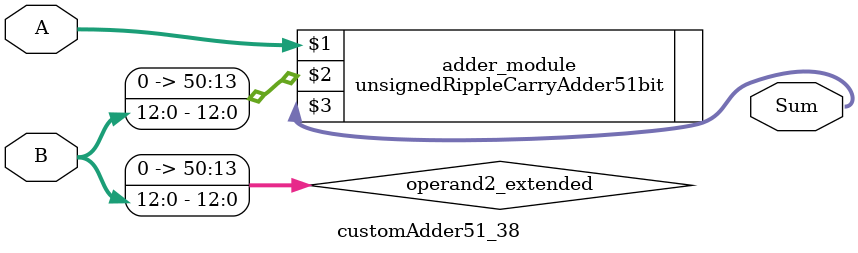
<source format=v>
module customAdder51_38(
                        input [50 : 0] A,
                        input [12 : 0] B,
                        
                        output [51 : 0] Sum
                );

        wire [50 : 0] operand2_extended;
        
        assign operand2_extended =  {38'b0, B};
        
        unsignedRippleCarryAdder51bit adder_module(
            A,
            operand2_extended,
            Sum
        );
        
        endmodule
        
</source>
